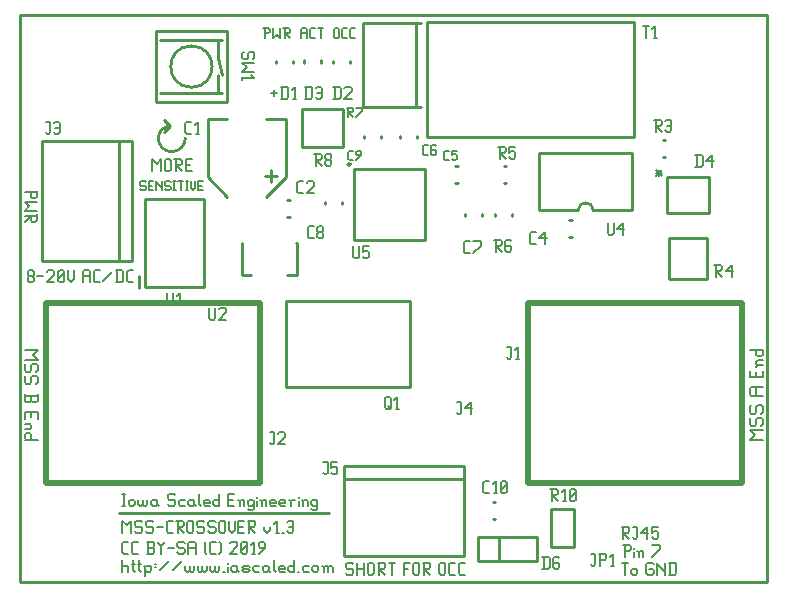
<source format=gbr>
G04 start of page 9 for group -4079 idx -4079 *
G04 Title: (unknown), topsilk *
G04 Creator: pcb 20140316 *
G04 CreationDate: Sun 30 Dec 2018 07:31:13 PM GMT UTC *
G04 For: railfan *
G04 Format: Gerber/RS-274X *
G04 PCB-Dimensions (mil): 2500.00 1900.00 *
G04 PCB-Coordinate-Origin: lower left *
%MOIN*%
%FSLAX25Y25*%
%LNTOPSILK*%
%ADD91C,0.0200*%
%ADD90C,0.0060*%
%ADD89C,0.0100*%
G54D89*X249500Y189500D02*X500D01*
Y500D01*
X50500Y152500D02*X48500Y154500D01*
X50500Y152500D02*X48500Y150500D01*
X500Y500D02*X249500D01*
Y189500D01*
X33500Y23500D02*X103500D01*
X55500Y148500D02*G75*G02X51000Y144000I-4500J0D01*G01*
G75*G02X46500Y148500I0J4500D01*G01*
G75*G02X50500Y152500I4000J0D01*G01*
G54D90*X94000Y184725D02*Y181750D01*
Y184725D02*X94425Y185150D01*
X95700D01*
X96125Y184725D01*
Y181750D01*
X94000Y183450D02*X96125D01*
X97570Y181750D02*X98845D01*
X97145Y182175D02*X97570Y181750D01*
X97145Y184725D02*Y182175D01*
Y184725D02*X97570Y185150D01*
X98845D01*
X99865D02*X101565D01*
X100715D02*Y181750D01*
X105000Y184725D02*Y182175D01*
Y184725D02*X105425Y185150D01*
X106275D01*
X106700Y184725D01*
Y182175D01*
X106275Y181750D02*X106700Y182175D01*
X105425Y181750D02*X106275D01*
X105000Y182175D02*X105425Y181750D01*
X108145D02*X109420D01*
X107720Y182175D02*X108145Y181750D01*
X107720Y184725D02*Y182175D01*
Y184725D02*X108145Y185150D01*
X109420D01*
X110865Y181750D02*X112140D01*
X110440Y182175D02*X110865Y181750D01*
X110440Y184725D02*Y182175D01*
Y184725D02*X110865Y185150D01*
X112140D01*
X81925D02*Y181750D01*
X81500Y185150D02*X83200D01*
X83625Y184725D01*
Y183875D01*
X83200Y183450D02*X83625Y183875D01*
X81925Y183450D02*X83200D01*
X84645Y185150D02*Y181750D01*
X85920Y183025D01*
X87195Y181750D01*
Y185150D02*Y181750D01*
X88215Y185150D02*X89915D01*
X90340Y184725D01*
Y183875D01*
X89915Y183450D02*X90340Y183875D01*
X88640Y183450D02*X89915D01*
X88640Y185150D02*Y181750D01*
Y183450D02*X90340Y181750D01*
X84000Y163500D02*X86000D01*
X85000Y164500D02*Y162500D01*
X243600Y48000D02*X248000D01*
X243600D02*X245250Y49650D01*
X243600Y51300D01*
X248000D01*
X243600Y54820D02*X244150Y55370D01*
X243600Y54820D02*Y53170D01*
X244150Y52620D02*X243600Y53170D01*
X244150Y52620D02*X245250D01*
X245800Y53170D01*
Y54820D02*Y53170D01*
Y54820D02*X246350Y55370D01*
X247450D01*
X248000Y54820D02*X247450Y55370D01*
X248000Y54820D02*Y53170D01*
X247450Y52620D02*X248000Y53170D01*
X243600Y58890D02*X244150Y59440D01*
X243600Y58890D02*Y57240D01*
X244150Y56690D02*X243600Y57240D01*
X244150Y56690D02*X245250D01*
X245800Y57240D01*
Y58890D02*Y57240D01*
Y58890D02*X246350Y59440D01*
X247450D01*
X248000Y58890D02*X247450Y59440D01*
X248000Y58890D02*Y57240D01*
X247450Y56690D02*X248000Y57240D01*
X244150Y62740D02*X248000D01*
X244150D02*X243600Y63290D01*
Y64940D02*Y63290D01*
Y64940D02*X244150Y65490D01*
X248000D01*
X245800D02*Y62740D01*
Y70440D02*Y68790D01*
X248000Y70990D02*Y68790D01*
X243600D02*X248000D01*
X243600Y70990D02*Y68790D01*
X246350Y72860D02*X248000D01*
X246350D02*X245800Y73410D01*
Y73960D02*Y73410D01*
Y73960D02*X246350Y74510D01*
X248000D01*
X245800Y72310D02*X246350Y72860D01*
X243600Y78030D02*X248000D01*
Y77480D02*X247450Y78030D01*
X248000Y77480D02*Y76380D01*
X247450Y75830D02*X248000Y76380D01*
X246350Y75830D02*X247450D01*
X246350D02*X245800Y76380D01*
Y77480D02*Y76380D01*
Y77480D02*X246350Y78030D01*
X212500Y138000D02*X214500Y136000D01*
X212500D02*X214500Y138000D01*
X212500Y137000D02*X214500D01*
X213500Y138000D02*Y136000D01*
X111000Y7000D02*X111500Y6500D01*
X109500Y7000D02*X111000D01*
X109000Y6500D02*X109500Y7000D01*
X109000Y6500D02*Y5500D01*
X109500Y5000D01*
X111000D01*
X111500Y4500D01*
Y3500D01*
X111000Y3000D02*X111500Y3500D01*
X109500Y3000D02*X111000D01*
X109000Y3500D02*X109500Y3000D01*
X112700Y7000D02*Y3000D01*
X115200Y7000D02*Y3000D01*
X112700Y5000D02*X115200D01*
X116400Y6500D02*Y3500D01*
Y6500D02*X116900Y7000D01*
X117900D01*
X118400Y6500D01*
Y3500D01*
X117900Y3000D02*X118400Y3500D01*
X116900Y3000D02*X117900D01*
X116400Y3500D02*X116900Y3000D01*
X119600Y7000D02*X121600D01*
X122100Y6500D01*
Y5500D01*
X121600Y5000D02*X122100Y5500D01*
X120100Y5000D02*X121600D01*
X120100Y7000D02*Y3000D01*
Y5000D02*X122100Y3000D01*
X123300Y7000D02*X125300D01*
X124300D02*Y3000D01*
X128300Y7000D02*Y3000D01*
Y7000D02*X130300D01*
X128300Y5000D02*X129800D01*
X131500Y6500D02*Y3500D01*
Y6500D02*X132000Y7000D01*
X133000D01*
X133500Y6500D01*
Y3500D01*
X133000Y3000D02*X133500Y3500D01*
X132000Y3000D02*X133000D01*
X131500Y3500D02*X132000Y3000D01*
X134700Y7000D02*X136700D01*
X137200Y6500D01*
Y5500D01*
X136700Y5000D02*X137200Y5500D01*
X135200Y5000D02*X136700D01*
X135200Y7000D02*Y3000D01*
Y5000D02*X137200Y3000D01*
X140200Y6500D02*Y3500D01*
Y6500D02*X140700Y7000D01*
X141700D01*
X142200Y6500D01*
Y3500D01*
X141700Y3000D02*X142200Y3500D01*
X140700Y3000D02*X141700D01*
X140200Y3500D02*X140700Y3000D01*
X143900D02*X145400D01*
X143400Y3500D02*X143900Y3000D01*
X143400Y6500D02*Y3500D01*
Y6500D02*X143900Y7000D01*
X145400D01*
X147100Y3000D02*X148600D01*
X146600Y3500D02*X147100Y3000D01*
X146600Y6500D02*Y3500D01*
Y6500D02*X147100Y7000D01*
X148600D01*
X202000Y13000D02*Y9000D01*
X201500Y13000D02*X203500D01*
X204000Y12500D01*
Y11500D01*
X203500Y11000D02*X204000Y11500D01*
X202000Y11000D02*X203500D01*
X205200Y12000D02*Y11500D01*
Y10500D02*Y9000D01*
X206700Y10500D02*Y9000D01*
Y10500D02*X207200Y11000D01*
X207700D01*
X208200Y10500D01*
Y9000D01*
X206200Y11000D02*X206700Y10500D01*
X211200Y9000D02*X213700Y11500D01*
Y13000D02*Y11500D01*
X211200Y13000D02*X213700D01*
X201000Y19000D02*X203000D01*
X203500Y18500D01*
Y17500D01*
X203000Y17000D02*X203500Y17500D01*
X201500Y17000D02*X203000D01*
X201500Y19000D02*Y15000D01*
Y17000D02*X203500Y15000D01*
X204700Y19000D02*X206200D01*
Y15500D01*
X205700Y15000D02*X206200Y15500D01*
X205200Y15000D02*X205700D01*
X204700Y15500D02*X205200Y15000D01*
X207400Y17000D02*X209400Y19000D01*
X207400Y17000D02*X209900D01*
X209400Y19000D02*Y15000D01*
X211100Y19000D02*X213100D01*
X211100D02*Y17000D01*
X211600Y17500D01*
X212600D01*
X213100Y17000D01*
Y15500D01*
X212600Y15000D02*X213100Y15500D01*
X211600Y15000D02*X212600D01*
X211100Y15500D02*X211600Y15000D01*
X201000Y7000D02*X203000D01*
X202000D02*Y3000D01*
X204200Y4500D02*Y3500D01*
Y4500D02*X204700Y5000D01*
X205700D01*
X206200Y4500D01*
Y3500D01*
X205700Y3000D02*X206200Y3500D01*
X204700Y3000D02*X205700D01*
X204200Y3500D02*X204700Y3000D01*
X211200Y7000D02*X211700Y6500D01*
X209700Y7000D02*X211200D01*
X209200Y6500D02*X209700Y7000D01*
X209200Y6500D02*Y3500D01*
X209700Y3000D01*
X211200D01*
X211700Y3500D01*
Y4500D02*Y3500D01*
X211200Y5000D02*X211700Y4500D01*
X210200Y5000D02*X211200D01*
X212900Y7000D02*Y3000D01*
Y7000D02*Y6500D01*
X215400Y4000D01*
Y7000D02*Y3000D01*
X217100Y7000D02*Y3000D01*
X218600Y7000D02*X219100Y6500D01*
Y3500D01*
X218600Y3000D02*X219100Y3500D01*
X216600Y3000D02*X218600D01*
X216600Y7000D02*X218600D01*
X34500Y8000D02*Y4000D01*
Y5500D02*X35000Y6000D01*
X36000D01*
X36500Y5500D01*
Y4000D01*
X38200Y8000D02*Y4500D01*
X38700Y4000D01*
X37700Y6500D02*X38700D01*
X40200Y8000D02*Y4500D01*
X40700Y4000D01*
X39700Y6500D02*X40700D01*
X42200Y5500D02*Y2500D01*
X41700Y6000D02*X42200Y5500D01*
X42700Y6000D01*
X43700D01*
X44200Y5500D01*
Y4500D01*
X43700Y4000D02*X44200Y4500D01*
X42700Y4000D02*X43700D01*
X42200Y4500D02*X42700Y4000D01*
X45400Y6500D02*X45900D01*
X45400Y5500D02*X45900D01*
X47100Y4500D02*X50100Y7500D01*
X51300Y4500D02*X54300Y7500D01*
X55500Y6000D02*Y4500D01*
X56000Y4000D01*
X56500D01*
X57000Y4500D01*
Y6000D02*Y4500D01*
X57500Y4000D01*
X58000D01*
X58500Y4500D01*
Y6000D02*Y4500D01*
X59700Y6000D02*Y4500D01*
X60200Y4000D01*
X60700D01*
X61200Y4500D01*
Y6000D02*Y4500D01*
X61700Y4000D01*
X62200D01*
X62700Y4500D01*
Y6000D02*Y4500D01*
X63900Y6000D02*Y4500D01*
X64400Y4000D01*
X64900D01*
X65400Y4500D01*
Y6000D02*Y4500D01*
X65900Y4000D01*
X66400D01*
X66900Y4500D01*
Y6000D02*Y4500D01*
X68100Y4000D02*X68600D01*
X69800Y7000D02*Y6500D01*
Y5500D02*Y4000D01*
X72300Y6000D02*X72800Y5500D01*
X71300Y6000D02*X72300D01*
X70800Y5500D02*X71300Y6000D01*
X70800Y5500D02*Y4500D01*
X71300Y4000D01*
X72800Y6000D02*Y4500D01*
X73300Y4000D01*
X71300D02*X72300D01*
X72800Y4500D01*
X75000Y4000D02*X76500D01*
X77000Y4500D01*
X76500Y5000D02*X77000Y4500D01*
X75000Y5000D02*X76500D01*
X74500Y5500D02*X75000Y5000D01*
X74500Y5500D02*X75000Y6000D01*
X76500D01*
X77000Y5500D01*
X74500Y4500D02*X75000Y4000D01*
X78700Y6000D02*X80200D01*
X78200Y5500D02*X78700Y6000D01*
X78200Y5500D02*Y4500D01*
X78700Y4000D01*
X80200D01*
X82900Y6000D02*X83400Y5500D01*
X81900Y6000D02*X82900D01*
X81400Y5500D02*X81900Y6000D01*
X81400Y5500D02*Y4500D01*
X81900Y4000D01*
X83400Y6000D02*Y4500D01*
X83900Y4000D01*
X81900D02*X82900D01*
X83400Y4500D01*
X85100Y8000D02*Y4500D01*
X85600Y4000D01*
X87100D02*X88600D01*
X86600Y4500D02*X87100Y4000D01*
X86600Y5500D02*Y4500D01*
Y5500D02*X87100Y6000D01*
X88100D01*
X88600Y5500D01*
X86600Y5000D02*X88600D01*
Y5500D02*Y5000D01*
X91800Y8000D02*Y4000D01*
X91300D02*X91800Y4500D01*
X90300Y4000D02*X91300D01*
X89800Y4500D02*X90300Y4000D01*
X89800Y5500D02*Y4500D01*
Y5500D02*X90300Y6000D01*
X91300D01*
X91800Y5500D01*
X93000Y4000D02*X93500D01*
X95200Y6000D02*X96700D01*
X94700Y5500D02*X95200Y6000D01*
X94700Y5500D02*Y4500D01*
X95200Y4000D01*
X96700D01*
X97900Y5500D02*Y4500D01*
Y5500D02*X98400Y6000D01*
X99400D01*
X99900Y5500D01*
Y4500D01*
X99400Y4000D02*X99900Y4500D01*
X98400Y4000D02*X99400D01*
X97900Y4500D02*X98400Y4000D01*
X101600Y5500D02*Y4000D01*
Y5500D02*X102100Y6000D01*
X102600D01*
X103100Y5500D01*
Y4000D01*
Y5500D02*X103600Y6000D01*
X104100D01*
X104600Y5500D01*
Y4000D01*
X101100Y6000D02*X101600Y5500D01*
X35000Y10000D02*X36500D01*
X34500Y10500D02*X35000Y10000D01*
X34500Y13500D02*Y10500D01*
Y13500D02*X35000Y14000D01*
X36500D01*
X38200Y10000D02*X39700D01*
X37700Y10500D02*X38200Y10000D01*
X37700Y13500D02*Y10500D01*
Y13500D02*X38200Y14000D01*
X39700D01*
X42700Y10000D02*X44700D01*
X45200Y10500D01*
Y11500D02*Y10500D01*
X44700Y12000D02*X45200Y11500D01*
X43200Y12000D02*X44700D01*
X43200Y14000D02*Y10000D01*
X42700Y14000D02*X44700D01*
X45200Y13500D01*
Y12500D01*
X44700Y12000D02*X45200Y12500D01*
X46400Y14000D02*Y13500D01*
X47400Y12500D01*
X48400Y13500D01*
Y14000D02*Y13500D01*
X47400Y12500D02*Y10000D01*
X49600Y12000D02*X51600D01*
X54800Y14000D02*X55300Y13500D01*
X53300Y14000D02*X54800D01*
X52800Y13500D02*X53300Y14000D01*
X52800Y13500D02*Y12500D01*
X53300Y12000D01*
X54800D01*
X55300Y11500D01*
Y10500D01*
X54800Y10000D02*X55300Y10500D01*
X53300Y10000D02*X54800D01*
X52800Y10500D02*X53300Y10000D01*
X56500Y13500D02*Y10000D01*
Y13500D02*X57000Y14000D01*
X58500D01*
X59000Y13500D01*
Y10000D01*
X56500Y12000D02*X59000D01*
X62000Y10500D02*X62500Y10000D01*
X62000Y13500D02*X62500Y14000D01*
X62000Y13500D02*Y10500D01*
X64200Y10000D02*X65700D01*
X63700Y10500D02*X64200Y10000D01*
X63700Y13500D02*Y10500D01*
Y13500D02*X64200Y14000D01*
X65700D01*
X66900D02*X67400Y13500D01*
Y10500D01*
X66900Y10000D02*X67400Y10500D01*
X70400Y13500D02*X70900Y14000D01*
X72400D01*
X72900Y13500D01*
Y12500D01*
X70400Y10000D02*X72900Y12500D01*
X70400Y10000D02*X72900D01*
X74100Y10500D02*X74600Y10000D01*
X74100Y13500D02*Y10500D01*
Y13500D02*X74600Y14000D01*
X75600D01*
X76100Y13500D01*
Y10500D01*
X75600Y10000D02*X76100Y10500D01*
X74600Y10000D02*X75600D01*
X74100Y11000D02*X76100Y13000D01*
X77800Y10000D02*X78800D01*
X78300Y14000D02*Y10000D01*
X77300Y13000D02*X78300Y14000D01*
X80000Y10000D02*X82000Y12000D01*
Y13500D02*Y12000D01*
X81500Y14000D02*X82000Y13500D01*
X80500Y14000D02*X81500D01*
X80000Y13500D02*X80500Y14000D01*
X80000Y13500D02*Y12500D01*
X80500Y12000D01*
X82000D01*
X2000Y78000D02*X6400D01*
X4750Y76350D01*
X6400Y74700D01*
X2000D02*X6400D01*
Y71180D02*X5850Y70630D01*
X6400Y72830D02*Y71180D01*
X5850Y73380D02*X6400Y72830D01*
X4750Y73380D02*X5850D01*
X4750D02*X4200Y72830D01*
Y71180D01*
X3650Y70630D01*
X2550D02*X3650D01*
X2000Y71180D02*X2550Y70630D01*
X2000Y72830D02*Y71180D01*
X2550Y73380D02*X2000Y72830D01*
X6400Y67110D02*X5850Y66560D01*
X6400Y68760D02*Y67110D01*
X5850Y69310D02*X6400Y68760D01*
X4750Y69310D02*X5850D01*
X4750D02*X4200Y68760D01*
Y67110D01*
X3650Y66560D01*
X2550D02*X3650D01*
X2000Y67110D02*X2550Y66560D01*
X2000Y68760D02*Y67110D01*
X2550Y69310D02*X2000Y68760D01*
Y63260D02*Y61060D01*
X2550Y60510D01*
X3650D01*
X4200Y61060D02*X3650Y60510D01*
X4200Y62710D02*Y61060D01*
X2000Y62710D02*X6400D01*
Y63260D02*Y61060D01*
X5850Y60510D01*
X4750D02*X5850D01*
X4200Y61060D02*X4750Y60510D01*
X4200Y57210D02*Y55560D01*
X2000Y57210D02*Y55010D01*
Y57210D02*X6400D01*
Y55010D01*
X2000Y53140D02*X3650D01*
X4200Y52590D01*
Y52040D01*
X3650Y51490D01*
X2000D02*X3650D01*
X4200Y53690D02*X3650Y53140D01*
X2000Y47970D02*X6400D01*
X2000Y48520D02*X2550Y47970D01*
X2000Y49620D02*Y48520D01*
X2550Y50170D02*X2000Y49620D01*
X2550Y50170D02*X3650D01*
X4200Y49620D01*
Y48520D01*
X3650Y47970D01*
X3000Y101000D02*X3500Y100500D01*
X3000Y102000D02*Y101000D01*
Y102000D02*X3500Y102500D01*
X4500D01*
X5000Y102000D01*
Y101000D01*
X4500Y100500D02*X5000Y101000D01*
X3500Y100500D02*X4500D01*
X3000Y103000D02*X3500Y102500D01*
X3000Y104000D02*Y103000D01*
Y104000D02*X3500Y104500D01*
X4500D01*
X5000Y104000D01*
Y103000D01*
X4500Y102500D02*X5000Y103000D01*
X6200Y102500D02*X8200D01*
X9400Y104000D02*X9900Y104500D01*
X11400D01*
X11900Y104000D01*
Y103000D01*
X9400Y100500D02*X11900Y103000D01*
X9400Y100500D02*X11900D01*
X13100Y101000D02*X13600Y100500D01*
X13100Y104000D02*Y101000D01*
Y104000D02*X13600Y104500D01*
X14600D01*
X15100Y104000D01*
Y101000D01*
X14600Y100500D02*X15100Y101000D01*
X13600Y100500D02*X14600D01*
X13100Y101500D02*X15100Y103500D01*
X16300Y104500D02*Y101500D01*
X17300Y100500D01*
X18300Y101500D01*
Y104500D02*Y101500D01*
X21300Y104000D02*Y100500D01*
Y104000D02*X21800Y104500D01*
X23300D01*
X23800Y104000D01*
Y100500D01*
X21300Y102500D02*X23800D01*
X25500Y100500D02*X27000D01*
X25000Y101000D02*X25500Y100500D01*
X25000Y104000D02*Y101000D01*
Y104000D02*X25500Y104500D01*
X27000D01*
X28200Y101000D02*X31200Y104000D01*
X32900Y104500D02*Y100500D01*
X34400Y104500D02*X34900Y104000D01*
Y101000D01*
X34400Y100500D02*X34900Y101000D01*
X32400Y100500D02*X34400D01*
X32400Y104500D02*X34400D01*
X36600Y100500D02*X38100D01*
X36100Y101000D02*X36600Y100500D01*
X36100Y104000D02*Y101000D01*
Y104000D02*X36600Y104500D01*
X38100D01*
X2000Y130500D02*X6000D01*
Y131000D02*Y129000D01*
X5500Y128500D01*
X4500D02*X5500D01*
X4000Y129000D02*X4500Y128500D01*
X4000Y130500D02*Y129000D01*
X2000Y127300D02*X6000D01*
X2000D02*X3500Y125800D01*
X2000Y124300D01*
X6000D01*
Y123100D02*Y121100D01*
X5500Y120600D01*
X4500D02*X5500D01*
X4000Y121100D02*X4500Y120600D01*
X4000Y122600D02*Y121100D01*
X2000Y122600D02*X6000D01*
X4000D02*X2000Y120600D01*
X42040Y134230D02*X42425Y133845D01*
X40885Y134230D02*X42040D01*
X40500Y133845D02*X40885Y134230D01*
X40500Y133845D02*Y133075D01*
X40885Y132690D01*
X42040D01*
X42425Y132305D01*
Y131535D01*
X42040Y131150D02*X42425Y131535D01*
X40885Y131150D02*X42040D01*
X40500Y131535D02*X40885Y131150D01*
X43349Y132690D02*X44504D01*
X43349Y131150D02*X44889D01*
X43349Y134230D02*Y131150D01*
Y134230D02*X44889D01*
X45813D02*Y131150D01*
Y134230D02*Y133845D01*
X47738Y131920D01*
Y134230D02*Y131150D01*
X50202Y134230D02*X50587Y133845D01*
X49047Y134230D02*X50202D01*
X48662Y133845D02*X49047Y134230D01*
X48662Y133845D02*Y133075D01*
X49047Y132690D01*
X50202D01*
X50587Y132305D01*
Y131535D01*
X50202Y131150D02*X50587Y131535D01*
X49047Y131150D02*X50202D01*
X48662Y131535D02*X49047Y131150D01*
X51511Y134230D02*X52281D01*
X51896D02*Y131150D01*
X51511D02*X52281D01*
X53205Y134230D02*X54745D01*
X53975D02*Y131150D01*
X55669Y134230D02*X56439D01*
X56054D02*Y131150D01*
X55669D02*X56439D01*
X57363Y134230D02*Y131920D01*
X58133Y131150D01*
X58903Y131920D01*
Y134230D02*Y131920D01*
X59827Y132690D02*X60982D01*
X59827Y131150D02*X61367D01*
X59827Y134230D02*Y131150D01*
Y134230D02*X61367D01*
X44500Y141500D02*Y137500D01*
Y141500D02*X46000Y140000D01*
X47500Y141500D01*
Y137500D01*
X48700Y141000D02*Y138000D01*
Y141000D02*X49200Y141500D01*
X50200D01*
X50700Y141000D01*
Y138000D01*
X50200Y137500D02*X50700Y138000D01*
X49200Y137500D02*X50200D01*
X48700Y138000D02*X49200Y137500D01*
X51900Y141500D02*X53900D01*
X54400Y141000D01*
Y140000D01*
X53900Y139500D02*X54400Y140000D01*
X52400Y139500D02*X53900D01*
X52400Y141500D02*Y137500D01*
Y139500D02*X54400Y137500D01*
X55600Y139500D02*X57100D01*
X55600Y137500D02*X57600D01*
X55600Y141500D02*Y137500D01*
Y141500D02*X57600D01*
X34500Y30000D02*X35500D01*
X35000D02*Y26000D01*
X34500D02*X35500D01*
X36700Y27500D02*Y26500D01*
Y27500D02*X37200Y28000D01*
X38200D01*
X38700Y27500D01*
Y26500D01*
X38200Y26000D02*X38700Y26500D01*
X37200Y26000D02*X38200D01*
X36700Y26500D02*X37200Y26000D01*
X39900Y28000D02*Y26500D01*
X40400Y26000D01*
X40900D01*
X41400Y26500D01*
Y28000D02*Y26500D01*
X41900Y26000D01*
X42400D01*
X42900Y26500D01*
Y28000D02*Y26500D01*
X45600Y28000D02*X46100Y27500D01*
X44600Y28000D02*X45600D01*
X44100Y27500D02*X44600Y28000D01*
X44100Y27500D02*Y26500D01*
X44600Y26000D01*
X46100Y28000D02*Y26500D01*
X46600Y26000D01*
X44600D02*X45600D01*
X46100Y26500D01*
X51600Y30000D02*X52100Y29500D01*
X50100Y30000D02*X51600D01*
X49600Y29500D02*X50100Y30000D01*
X49600Y29500D02*Y28500D01*
X50100Y28000D01*
X51600D01*
X52100Y27500D01*
Y26500D01*
X51600Y26000D02*X52100Y26500D01*
X50100Y26000D02*X51600D01*
X49600Y26500D02*X50100Y26000D01*
X53800Y28000D02*X55300D01*
X53300Y27500D02*X53800Y28000D01*
X53300Y27500D02*Y26500D01*
X53800Y26000D01*
X55300D01*
X58000Y28000D02*X58500Y27500D01*
X57000Y28000D02*X58000D01*
X56500Y27500D02*X57000Y28000D01*
X56500Y27500D02*Y26500D01*
X57000Y26000D01*
X58500Y28000D02*Y26500D01*
X59000Y26000D01*
X57000D02*X58000D01*
X58500Y26500D01*
X60200Y30000D02*Y26500D01*
X60700Y26000D01*
X62200D02*X63700D01*
X61700Y26500D02*X62200Y26000D01*
X61700Y27500D02*Y26500D01*
Y27500D02*X62200Y28000D01*
X63200D01*
X63700Y27500D01*
X61700Y27000D02*X63700D01*
Y27500D02*Y27000D01*
X66900Y30000D02*Y26000D01*
X66400D02*X66900Y26500D01*
X65400Y26000D02*X66400D01*
X64900Y26500D02*X65400Y26000D01*
X64900Y27500D02*Y26500D01*
Y27500D02*X65400Y28000D01*
X66400D01*
X66900Y27500D01*
X69900Y28000D02*X71400D01*
X69900Y26000D02*X71900D01*
X69900Y30000D02*Y26000D01*
Y30000D02*X71900D01*
X73600Y27500D02*Y26000D01*
Y27500D02*X74100Y28000D01*
X74600D01*
X75100Y27500D01*
Y26000D01*
X73100Y28000D02*X73600Y27500D01*
X77800Y28000D02*X78300Y27500D01*
X76800Y28000D02*X77800D01*
X76300Y27500D02*X76800Y28000D01*
X76300Y27500D02*Y26500D01*
X76800Y26000D01*
X77800D01*
X78300Y26500D01*
X76300Y25000D02*X76800Y24500D01*
X77800D01*
X78300Y25000D01*
Y28000D02*Y25000D01*
X79500Y29000D02*Y28500D01*
Y27500D02*Y26000D01*
X81000Y27500D02*Y26000D01*
Y27500D02*X81500Y28000D01*
X82000D01*
X82500Y27500D01*
Y26000D01*
X80500Y28000D02*X81000Y27500D01*
X84200Y26000D02*X85700D01*
X83700Y26500D02*X84200Y26000D01*
X83700Y27500D02*Y26500D01*
Y27500D02*X84200Y28000D01*
X85200D01*
X85700Y27500D01*
X83700Y27000D02*X85700D01*
Y27500D02*Y27000D01*
X87400Y26000D02*X88900D01*
X86900Y26500D02*X87400Y26000D01*
X86900Y27500D02*Y26500D01*
Y27500D02*X87400Y28000D01*
X88400D01*
X88900Y27500D01*
X86900Y27000D02*X88900D01*
Y27500D02*Y27000D01*
X90600Y27500D02*Y26000D01*
Y27500D02*X91100Y28000D01*
X92100D01*
X90100D02*X90600Y27500D01*
X93300Y29000D02*Y28500D01*
Y27500D02*Y26000D01*
X94800Y27500D02*Y26000D01*
Y27500D02*X95300Y28000D01*
X95800D01*
X96300Y27500D01*
Y26000D01*
X94300Y28000D02*X94800Y27500D01*
X99000Y28000D02*X99500Y27500D01*
X98000Y28000D02*X99000D01*
X97500Y27500D02*X98000Y28000D01*
X97500Y27500D02*Y26500D01*
X98000Y26000D01*
X99000D01*
X99500Y26500D01*
X97500Y25000D02*X98000Y24500D01*
X99000D01*
X99500Y25000D01*
Y28000D02*Y25000D01*
X34500Y21000D02*Y17000D01*
Y21000D02*X36000Y19500D01*
X37500Y21000D01*
Y17000D01*
X40700Y21000D02*X41200Y20500D01*
X39200Y21000D02*X40700D01*
X38700Y20500D02*X39200Y21000D01*
X38700Y20500D02*Y19500D01*
X39200Y19000D01*
X40700D01*
X41200Y18500D01*
Y17500D01*
X40700Y17000D02*X41200Y17500D01*
X39200Y17000D02*X40700D01*
X38700Y17500D02*X39200Y17000D01*
X44400Y21000D02*X44900Y20500D01*
X42900Y21000D02*X44400D01*
X42400Y20500D02*X42900Y21000D01*
X42400Y20500D02*Y19500D01*
X42900Y19000D01*
X44400D01*
X44900Y18500D01*
Y17500D01*
X44400Y17000D02*X44900Y17500D01*
X42900Y17000D02*X44400D01*
X42400Y17500D02*X42900Y17000D01*
X46100Y19000D02*X48100D01*
X49800Y17000D02*X51300D01*
X49300Y17500D02*X49800Y17000D01*
X49300Y20500D02*Y17500D01*
Y20500D02*X49800Y21000D01*
X51300D01*
X52500D02*X54500D01*
X55000Y20500D01*
Y19500D01*
X54500Y19000D02*X55000Y19500D01*
X53000Y19000D02*X54500D01*
X53000Y21000D02*Y17000D01*
Y19000D02*X55000Y17000D01*
X56200Y20500D02*Y17500D01*
Y20500D02*X56700Y21000D01*
X57700D01*
X58200Y20500D01*
Y17500D01*
X57700Y17000D02*X58200Y17500D01*
X56700Y17000D02*X57700D01*
X56200Y17500D02*X56700Y17000D01*
X61400Y21000D02*X61900Y20500D01*
X59900Y21000D02*X61400D01*
X59400Y20500D02*X59900Y21000D01*
X59400Y20500D02*Y19500D01*
X59900Y19000D01*
X61400D01*
X61900Y18500D01*
Y17500D01*
X61400Y17000D02*X61900Y17500D01*
X59900Y17000D02*X61400D01*
X59400Y17500D02*X59900Y17000D01*
X65100Y21000D02*X65600Y20500D01*
X63600Y21000D02*X65100D01*
X63100Y20500D02*X63600Y21000D01*
X63100Y20500D02*Y19500D01*
X63600Y19000D01*
X65100D01*
X65600Y18500D01*
Y17500D01*
X65100Y17000D02*X65600Y17500D01*
X63600Y17000D02*X65100D01*
X63100Y17500D02*X63600Y17000D01*
X66800Y20500D02*Y17500D01*
Y20500D02*X67300Y21000D01*
X68300D01*
X68800Y20500D01*
Y17500D01*
X68300Y17000D02*X68800Y17500D01*
X67300Y17000D02*X68300D01*
X66800Y17500D02*X67300Y17000D01*
X70000Y21000D02*Y18000D01*
X71000Y17000D01*
X72000Y18000D01*
Y21000D02*Y18000D01*
X73200Y19000D02*X74700D01*
X73200Y17000D02*X75200D01*
X73200Y21000D02*Y17000D01*
Y21000D02*X75200D01*
X76400D02*X78400D01*
X78900Y20500D01*
Y19500D01*
X78400Y19000D02*X78900Y19500D01*
X76900Y19000D02*X78400D01*
X76900Y21000D02*Y17000D01*
Y19000D02*X78900Y17000D01*
X81900Y19000D02*Y18000D01*
X82900Y17000D01*
X83900Y18000D01*
Y19000D02*Y18000D01*
X85600Y17000D02*X86600D01*
X86100Y21000D02*Y17000D01*
X85100Y20000D02*X86100Y21000D01*
X87800Y17000D02*X88300D01*
X89500Y20500D02*X90000Y21000D01*
X91000D01*
X91500Y20500D01*
Y17500D01*
X91000Y17000D02*X91500Y17500D01*
X90000Y17000D02*X91000D01*
X89500Y17500D02*X90000Y17000D01*
Y19000D02*X91500D01*
G54D89*X127245Y149393D02*Y148607D01*
X132755Y149393D02*Y148607D01*
X145564Y139255D02*X146350D01*
X145564Y133745D02*X146350D01*
X111689Y138311D02*X135311D01*
Y114689D01*
X111689D01*
Y138311D01*
X109689Y139811D02*G75*G03X109689Y139811I500J0D01*G01*
X115245Y149393D02*Y148607D01*
X120755Y149393D02*Y148607D01*
X214607Y142245D02*X215393D01*
X214607Y147755D02*X215393D01*
X216100Y135500D02*X230000D01*
X216100D02*Y123700D01*
X230000D01*
Y135500D02*Y123700D01*
X161607Y139255D02*X162393D01*
X161607Y133745D02*X162393D01*
X204500Y143500D02*Y124500D01*
X173500Y143500D02*X204500D01*
X173500D02*Y124500D01*
X191500D02*X204500D01*
X173500D02*X186500D01*
X191500D02*G75*G03X186500Y124500I-2500J0D01*G01*
X183564Y121255D02*X184350D01*
X183564Y115745D02*X184350D01*
X136000Y187250D02*X205000D01*
X136000Y148750D02*X205000D01*
X136000Y187250D02*Y148750D01*
X205000Y187250D02*Y148750D01*
X148745Y123393D02*Y122607D01*
X154255Y123393D02*Y122607D01*
X158745Y123393D02*Y122607D01*
X164255Y123393D02*Y122607D01*
X216701Y115390D02*X229299D01*
Y101610D01*
X216701D02*X229299D01*
X216701Y115390D02*Y101610D01*
X100755Y174436D02*Y173650D01*
X95245Y174436D02*Y173650D01*
X91255Y174393D02*Y173607D01*
X85745Y174393D02*Y173607D01*
X89564Y122245D02*X90350D01*
X89564Y127755D02*X90350D01*
X114900Y159050D02*X134100D01*
X114900Y186950D02*X134100D01*
X114900D02*Y159050D01*
X132500Y186950D02*Y159050D01*
X110255Y174393D02*Y173607D01*
X104745Y174393D02*Y173607D01*
X108190Y158299D02*Y145701D01*
X94410D02*X108190D01*
X94410Y158299D02*Y145701D01*
Y158299D02*X108190D01*
X61800Y128200D02*Y98800D01*
X42200Y128200D02*X61800D01*
X42200Y98800D02*X61800D01*
X42200Y128200D02*Y98800D01*
X40000Y102500D02*Y98500D01*
X7700Y147500D02*Y107500D01*
X37700Y147500D02*Y107500D01*
X33300Y147500D02*Y107500D01*
X7700Y147500D02*X37700D01*
X7700Y107500D02*X37700D01*
X45750Y184200D02*X69350D01*
X45750Y160600D02*X69350D01*
Y184200D02*Y160600D01*
X45750Y184200D02*Y160600D01*
X47225Y181250D02*X67875D01*
X47225Y163550D02*X67875D01*
X66400Y169450D02*Y163550D01*
Y181250D02*Y175350D01*
X67875Y169450D02*X66400Y175350D01*
X57550Y179300D02*G75*G03X57550Y179300I0J-6900D01*G01*
G75*G03X57550Y165500I0J-6900D01*G01*
X82496Y154992D02*X88992D01*
X63008D02*X69504D01*
X63008D02*Y135504D01*
X88992Y154992D02*Y135504D01*
X63008D02*X69504Y129008D01*
X88992Y135504D02*X82496Y129008D01*
X82000Y136000D02*X86000D01*
X84000Y138000D02*Y134000D01*
G54D91*X9000Y33500D02*X80300D01*
X9000Y93500D02*X80300D01*
Y33500D01*
X9000Y93500D02*X8980Y33500D01*
G54D89*X107755Y127393D02*Y126607D01*
X102245Y127393D02*Y126607D01*
X92750Y113480D02*Y102850D01*
X74250Y113480D02*Y102850D01*
X89500D02*X92750D01*
X74250D02*X77500D01*
X92571Y113480D02*X92750D01*
X74250D02*X74429D01*
X89100Y94200D02*X130500D01*
X89100D02*Y65700D01*
X130500D01*
Y94200D02*Y65700D01*
X108500Y9200D02*X148500D01*
X108500Y39200D02*X148500D01*
X108500Y34800D02*X148500D01*
X108500Y39200D02*Y9200D01*
X148500Y39200D02*Y9200D01*
X158107Y21702D02*X158893D01*
X158107Y27212D02*X158893D01*
X153200Y7500D02*X172900D01*
X153200Y15500D02*X172900D01*
X153200Y7500D02*Y15500D01*
X172900Y7500D02*Y15500D01*
X160000Y7500D02*Y15500D01*
G54D91*X169700Y93500D02*X241000D01*
X169700Y33500D02*X241000D01*
X169700Y93500D02*Y33500D01*
X241000D02*X241020Y93500D01*
G54D89*X184968Y24876D02*Y12278D01*
X177486D02*X184968D01*
X177486Y24876D02*Y12278D01*
Y24876D02*X184968D01*
G54D90*X49500Y97000D02*Y93500D01*
X50000Y93000D01*
X51000D01*
X51500Y93500D01*
Y97000D02*Y93500D01*
X53200Y93000D02*X54200D01*
X53700Y97000D02*Y93000D01*
X52700Y96000D02*X53700Y97000D01*
X63510Y92079D02*Y88579D01*
X64010Y88079D01*
X65010D01*
X65510Y88579D01*
Y92079D02*Y88579D01*
X66710Y91579D02*X67210Y92079D01*
X68710D01*
X69210Y91579D01*
Y90579D01*
X66710Y88079D02*X69210Y90579D01*
X66710Y88079D02*X69210D01*
X95807Y165650D02*Y161650D01*
X97307Y165650D02*X97807Y165150D01*
Y162150D01*
X97307Y161650D02*X97807Y162150D01*
X95307Y161650D02*X97307D01*
X95307Y165650D02*X97307D01*
X99007Y165150D02*X99507Y165650D01*
X100507D01*
X101007Y165150D01*
Y162150D01*
X100507Y161650D02*X101007Y162150D01*
X99507Y161650D02*X100507D01*
X99007Y162150D02*X99507Y161650D01*
Y163650D02*X101007D01*
X87807Y165650D02*Y161650D01*
X89307Y165650D02*X89807Y165150D01*
Y162150D01*
X89307Y161650D02*X89807Y162150D01*
X87307Y161650D02*X89307D01*
X87307Y165650D02*X89307D01*
X91507Y161650D02*X92507D01*
X92007Y165650D02*Y161650D01*
X91007Y164650D02*X92007Y165650D01*
X109500Y158700D02*X111100D01*
X111500Y158300D01*
Y157500D01*
X111100Y157100D02*X111500Y157500D01*
X109900Y157100D02*X111100D01*
X109900Y158700D02*Y155500D01*
Y157100D02*X111500Y155500D01*
X112460D02*X114460Y157500D01*
Y158700D02*Y157500D01*
X112460Y158700D02*X114460D01*
X105307Y165650D02*Y161650D01*
X106807Y165650D02*X107307Y165150D01*
Y162150D01*
X106807Y161650D02*X107307Y162150D01*
X104807Y161650D02*X106807D01*
X104807Y165650D02*X106807D01*
X108507Y165150D02*X109007Y165650D01*
X110507D01*
X111007Y165150D01*
Y164150D01*
X108507Y161650D02*X111007Y164150D01*
X108507Y161650D02*X111007D01*
X78550Y175400D02*X78050Y174900D01*
X78550Y176900D02*Y175400D01*
X78050Y177400D02*X78550Y176900D01*
X77050Y177400D02*X78050D01*
X77050D02*X76550Y176900D01*
Y175400D01*
X76050Y174900D01*
X75050D02*X76050D01*
X74550Y175400D02*X75050Y174900D01*
X74550Y176900D02*Y175400D01*
X75050Y177400D02*X74550Y176900D01*
Y173700D02*X78550D01*
X74550D02*X76050Y172200D01*
X74550Y170700D01*
X78550D01*
X74550Y169000D02*Y168000D01*
Y168500D02*X78550D01*
X77550Y169500D02*X78550Y168500D01*
X159807Y145650D02*X161807D01*
X162307Y145150D01*
Y144150D01*
X161807Y143650D02*X162307Y144150D01*
X160307Y143650D02*X161807D01*
X160307Y145650D02*Y141650D01*
Y143650D02*X162307Y141650D01*
X163507Y145650D02*X165507D01*
X163507D02*Y143650D01*
X164007Y144150D01*
X165007D01*
X165507Y143650D01*
Y142150D01*
X165007Y141650D02*X165507Y142150D01*
X164007Y141650D02*X165007D01*
X163507Y142150D02*X164007Y141650D01*
X135189Y142900D02*X136464D01*
X134764Y143325D02*X135189Y142900D01*
X134764Y145875D02*Y143325D01*
Y145875D02*X135189Y146300D01*
X136464D01*
X138759D02*X139184Y145875D01*
X137909Y146300D02*X138759D01*
X137484Y145875D02*X137909Y146300D01*
X137484Y145875D02*Y143325D01*
X137909Y142900D01*
X138759Y144600D02*X139184Y144175D01*
X137484Y144600D02*X138759D01*
X137909Y142900D02*X138759D01*
X139184Y143325D01*
Y144175D02*Y143325D01*
X142207Y141150D02*X143407D01*
X141807Y141550D02*X142207Y141150D01*
X141807Y143950D02*Y141550D01*
Y143950D02*X142207Y144350D01*
X143407D01*
X144367D02*X145967D01*
X144367D02*Y142750D01*
X144767Y143150D01*
X145567D01*
X145967Y142750D01*
Y141550D01*
X145567Y141150D02*X145967Y141550D01*
X144767Y141150D02*X145567D01*
X144367Y141550D02*X144767Y141150D01*
X196406Y120082D02*Y116757D01*
X196881Y116282D01*
X197831D01*
X198306Y116757D01*
Y120082D02*Y116757D01*
X199446Y118182D02*X201346Y120082D01*
X199446Y118182D02*X201821D01*
X201346Y120082D02*Y116282D01*
X208000Y186000D02*X210000D01*
X209000D02*Y182000D01*
X211700D02*X212700D01*
X212200Y186000D02*Y182000D01*
X211200Y185000D02*X212200Y186000D01*
X148850Y110150D02*X150350D01*
X148350Y110650D02*X148850Y110150D01*
X148350Y113650D02*Y110650D01*
Y113650D02*X148850Y114150D01*
X150350D01*
X151550Y110150D02*X154050Y112650D01*
Y114150D02*Y112650D01*
X151550Y114150D02*X154050D01*
X211807Y154650D02*X213807D01*
X214307Y154150D01*
Y153150D01*
X213807Y152650D02*X214307Y153150D01*
X212307Y152650D02*X213807D01*
X212307Y154650D02*Y150650D01*
Y152650D02*X214307Y150650D01*
X215507Y154150D02*X216007Y154650D01*
X217007D01*
X217507Y154150D01*
Y151150D01*
X217007Y150650D02*X217507Y151150D01*
X216007Y150650D02*X217007D01*
X215507Y151150D02*X216007Y150650D01*
Y152650D02*X217507D01*
X55921Y150047D02*X57421D01*
X55421Y150547D02*X55921Y150047D01*
X55421Y153547D02*Y150547D01*
Y153547D02*X55921Y154047D01*
X57421D01*
X59121Y150047D02*X60121D01*
X59621Y154047D02*Y150047D01*
X58621Y153047D02*X59621Y154047D01*
X111500Y112500D02*Y109000D01*
X112000Y108500D01*
X113000D01*
X113500Y109000D01*
Y112500D02*Y109000D01*
X114700Y112500D02*X116700D01*
X114700D02*Y110500D01*
X115200Y111000D01*
X116200D01*
X116700Y110500D01*
Y109000D01*
X116200Y108500D02*X116700Y109000D01*
X115200Y108500D02*X116200D01*
X114700Y109000D02*X115200Y108500D01*
X93264Y130236D02*X94764D01*
X92764Y130736D02*X93264Y130236D01*
X92764Y133736D02*Y130736D01*
Y133736D02*X93264Y134236D01*
X94764D01*
X95964Y133736D02*X96464Y134236D01*
X97964D01*
X98464Y133736D01*
Y132736D01*
X95964Y130236D02*X98464Y132736D01*
X95964Y130236D02*X98464D01*
X96850Y115150D02*X98350D01*
X96350Y115650D02*X96850Y115150D01*
X96350Y118650D02*Y115650D01*
Y118650D02*X96850Y119150D01*
X98350D01*
X99550Y115650D02*X100050Y115150D01*
X99550Y116650D02*Y115650D01*
Y116650D02*X100050Y117150D01*
X101050D01*
X101550Y116650D01*
Y115650D01*
X101050Y115150D02*X101550Y115650D01*
X100050Y115150D02*X101050D01*
X99550Y117650D02*X100050Y117150D01*
X99550Y118650D02*Y117650D01*
Y118650D02*X100050Y119150D01*
X101050D01*
X101550Y118650D01*
Y117650D01*
X101050Y117150D02*X101550Y117650D01*
X110250Y141150D02*X111450D01*
X109850Y141550D02*X110250Y141150D01*
X109850Y143950D02*Y141550D01*
Y143950D02*X110250Y144350D01*
X111450D01*
X112410Y141150D02*X114010Y142750D01*
Y143950D02*Y142750D01*
X113610Y144350D02*X114010Y143950D01*
X112810Y144350D02*X113610D01*
X112410Y143950D02*X112810Y144350D01*
X112410Y143950D02*Y143150D01*
X112810Y142750D01*
X114010D01*
X98500Y143300D02*X100500D01*
X101000Y142800D01*
Y141800D01*
X100500Y141300D02*X101000Y141800D01*
X99000Y141300D02*X100500D01*
X99000Y143300D02*Y139300D01*
Y141300D02*X101000Y139300D01*
X102200Y139800D02*X102700Y139300D01*
X102200Y140800D02*Y139800D01*
Y140800D02*X102700Y141300D01*
X103700D01*
X104200Y140800D01*
Y139800D01*
X103700Y139300D02*X104200Y139800D01*
X102700Y139300D02*X103700D01*
X102200Y141800D02*X102700Y141300D01*
X102200Y142800D02*Y141800D01*
Y142800D02*X102700Y143300D01*
X103700D01*
X104200Y142800D01*
Y141800D01*
X103700Y141300D02*X104200Y141800D01*
X226000Y143000D02*Y139000D01*
X227500Y143000D02*X228000Y142500D01*
Y139500D01*
X227500Y139000D02*X228000Y139500D01*
X225500Y139000D02*X227500D01*
X225500Y143000D02*X227500D01*
X229200Y141000D02*X231200Y143000D01*
X229200Y141000D02*X231700D01*
X231200Y143000D02*Y139000D01*
X9000Y154000D02*X10500D01*
Y150500D01*
X10000Y150000D02*X10500Y150500D01*
X9500Y150000D02*X10000D01*
X9000Y150500D02*X9500Y150000D01*
X11700Y153500D02*X12200Y154000D01*
X13200D01*
X13700Y153500D01*
Y150500D01*
X13200Y150000D02*X13700Y150500D01*
X12200Y150000D02*X13200D01*
X11700Y150500D02*X12200Y150000D01*
Y152000D02*X13700D01*
X83657Y50500D02*X85157D01*
Y47000D01*
X84657Y46500D02*X85157Y47000D01*
X84157Y46500D02*X84657D01*
X83657Y47000D02*X84157Y46500D01*
X86357Y50000D02*X86857Y50500D01*
X88357D01*
X88857Y50000D01*
Y49000D01*
X86357Y46500D02*X88857Y49000D01*
X86357Y46500D02*X88857D01*
X146000Y60500D02*X147500D01*
Y57000D01*
X147000Y56500D02*X147500Y57000D01*
X146500Y56500D02*X147000D01*
X146000Y57000D02*X146500Y56500D01*
X148700Y58500D02*X150700Y60500D01*
X148700Y58500D02*X151200D01*
X150700Y60500D02*Y56500D01*
X101500Y40500D02*X103000D01*
Y37000D01*
X102500Y36500D02*X103000Y37000D01*
X102000Y36500D02*X102500D01*
X101500Y37000D02*X102000Y36500D01*
X104200Y40500D02*X106200D01*
X104200D02*Y38500D01*
X104700Y39000D01*
X105700D01*
X106200Y38500D01*
Y37000D01*
X105700Y36500D02*X106200Y37000D01*
X104700Y36500D02*X105700D01*
X104200Y37000D02*X104700Y36500D01*
X177227Y31577D02*X179227D01*
X179727Y31077D01*
Y30077D01*
X179227Y29577D02*X179727Y30077D01*
X177727Y29577D02*X179227D01*
X177727Y31577D02*Y27577D01*
Y29577D02*X179727Y27577D01*
X181427D02*X182427D01*
X181927Y31577D02*Y27577D01*
X180927Y30577D02*X181927Y31577D01*
X183627Y28077D02*X184127Y27577D01*
X183627Y31077D02*Y28077D01*
Y31077D02*X184127Y31577D01*
X185127D01*
X185627Y31077D01*
Y28077D01*
X185127Y27577D02*X185627Y28077D01*
X184127Y27577D02*X185127D01*
X183627Y28577D02*X185627Y30577D01*
X175000Y9000D02*Y5000D01*
X176500Y9000D02*X177000Y8500D01*
Y5500D01*
X176500Y5000D02*X177000Y5500D01*
X174500Y5000D02*X176500D01*
X174500Y9000D02*X176500D01*
X179700D02*X180200Y8500D01*
X178700Y9000D02*X179700D01*
X178200Y8500D02*X178700Y9000D01*
X178200Y8500D02*Y5500D01*
X178700Y5000D01*
X179700Y7000D02*X180200Y6500D01*
X178200Y7000D02*X179700D01*
X178700Y5000D02*X179700D01*
X180200Y5500D01*
Y6500D02*Y5500D01*
X190600Y10000D02*X192100D01*
Y6500D01*
X191600Y6000D02*X192100Y6500D01*
X191100Y6000D02*X191600D01*
X190600Y6500D02*X191100Y6000D01*
X193800Y10000D02*Y6000D01*
X193300Y10000D02*X195300D01*
X195800Y9500D01*
Y8500D01*
X195300Y8000D02*X195800Y8500D01*
X193800Y8000D02*X195300D01*
X197500Y6000D02*X198500D01*
X198000Y10000D02*Y6000D01*
X197000Y9000D02*X198000Y10000D01*
X122000Y61800D02*Y58800D01*
Y61800D02*X122500Y62300D01*
X123500D01*
X124000Y61800D01*
Y58800D01*
X123500Y58300D02*X124000Y58800D01*
X122500Y58300D02*X123500D01*
X122000Y58800D02*X122500Y58300D01*
X123000Y59300D02*X124000Y58300D01*
X125700D02*X126700D01*
X126200Y62300D02*Y58300D01*
X125200Y61300D02*X126200Y62300D01*
X155307Y30193D02*X156807D01*
X154807Y30693D02*X155307Y30193D01*
X154807Y33693D02*Y30693D01*
Y33693D02*X155307Y34193D01*
X156807D01*
X158507Y30193D02*X159507D01*
X159007Y34193D02*Y30193D01*
X158007Y33193D02*X159007Y34193D01*
X160707Y30693D02*X161207Y30193D01*
X160707Y33693D02*Y30693D01*
Y33693D02*X161207Y34193D01*
X162207D01*
X162707Y33693D01*
Y30693D01*
X162207Y30193D02*X162707Y30693D01*
X161207Y30193D02*X162207D01*
X160707Y31193D02*X162707Y33193D01*
X170807Y113150D02*X172307D01*
X170307Y113650D02*X170807Y113150D01*
X170307Y116650D02*Y113650D01*
Y116650D02*X170807Y117150D01*
X172307D01*
X173507Y115150D02*X175507Y117150D01*
X173507Y115150D02*X176007D01*
X175507Y117150D02*Y113150D01*
X162657Y79000D02*X164157D01*
Y75500D01*
X163657Y75000D02*X164157Y75500D01*
X163157Y75000D02*X163657D01*
X162657Y75500D02*X163157Y75000D01*
X165857D02*X166857D01*
X166357Y79000D02*Y75000D01*
X165357Y78000D02*X166357Y79000D01*
X158450Y114650D02*X160450D01*
X160950Y114150D01*
Y113150D01*
X160450Y112650D02*X160950Y113150D01*
X158950Y112650D02*X160450D01*
X158950Y114650D02*Y110650D01*
Y112650D02*X160950Y110650D01*
X163650Y114650D02*X164150Y114150D01*
X162650Y114650D02*X163650D01*
X162150Y114150D02*X162650Y114650D01*
X162150Y114150D02*Y111150D01*
X162650Y110650D01*
X163650Y112650D02*X164150Y112150D01*
X162150Y112650D02*X163650D01*
X162650Y110650D02*X163650D01*
X164150Y111150D01*
Y112150D02*Y111150D01*
X231902Y106350D02*X233902D01*
X234402Y105850D01*
Y104850D01*
X233902Y104350D02*X234402Y104850D01*
X232402Y104350D02*X233902D01*
X232402Y106350D02*Y102350D01*
Y104350D02*X234402Y102350D01*
X235602Y104350D02*X237602Y106350D01*
X235602Y104350D02*X238102D01*
X237602Y106350D02*Y102350D01*
M02*

</source>
